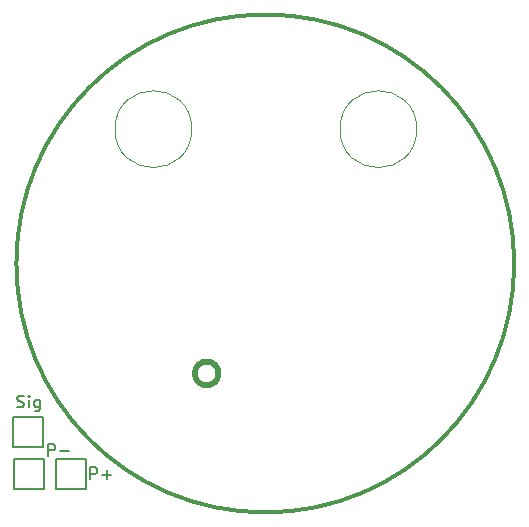
<source format=gto>
%TF.GenerationSoftware,KiCad,Pcbnew,7.0.6-0*%
%TF.CreationDate,2024-10-01T16:48:44-06:00*%
%TF.ProjectId,HCHCPrizeBadge,48434843-5072-4697-9a65-42616467652e,rev?*%
%TF.SameCoordinates,Original*%
%TF.FileFunction,Legend,Top*%
%TF.FilePolarity,Positive*%
%FSLAX46Y46*%
G04 Gerber Fmt 4.6, Leading zero omitted, Abs format (unit mm)*
G04 Created by KiCad (PCBNEW 7.0.6-0) date 2024-10-01 16:48:44*
%MOMM*%
%LPD*%
G01*
G04 APERTURE LIST*
%ADD10C,0.150000*%
%ADD11C,0.350000*%
%ADD12C,0.120000*%
%ADD13C,0.500000*%
G04 APERTURE END LIST*
D10*
X124693970Y-115558301D02*
X127233970Y-115558301D01*
X127233970Y-118098301D01*
X124693970Y-118098301D01*
X124693970Y-115558301D01*
X128270000Y-115570000D02*
X130810000Y-115570000D01*
X130810000Y-118110000D01*
X128270000Y-118110000D01*
X128270000Y-115570000D01*
D11*
X167076775Y-99000000D02*
G75*
G03*
X167076775Y-99000000I-21076775J0D01*
G01*
D10*
X124680071Y-111995750D02*
X127220071Y-111995750D01*
X127220071Y-114535750D01*
X124680071Y-114535750D01*
X124680071Y-111995750D01*
X124992950Y-111140436D02*
X125135807Y-111188055D01*
X125135807Y-111188055D02*
X125373902Y-111188055D01*
X125373902Y-111188055D02*
X125469140Y-111140436D01*
X125469140Y-111140436D02*
X125516759Y-111092816D01*
X125516759Y-111092816D02*
X125564378Y-110997578D01*
X125564378Y-110997578D02*
X125564378Y-110902340D01*
X125564378Y-110902340D02*
X125516759Y-110807102D01*
X125516759Y-110807102D02*
X125469140Y-110759483D01*
X125469140Y-110759483D02*
X125373902Y-110711864D01*
X125373902Y-110711864D02*
X125183426Y-110664245D01*
X125183426Y-110664245D02*
X125088188Y-110616626D01*
X125088188Y-110616626D02*
X125040569Y-110569007D01*
X125040569Y-110569007D02*
X124992950Y-110473769D01*
X124992950Y-110473769D02*
X124992950Y-110378531D01*
X124992950Y-110378531D02*
X125040569Y-110283293D01*
X125040569Y-110283293D02*
X125088188Y-110235674D01*
X125088188Y-110235674D02*
X125183426Y-110188055D01*
X125183426Y-110188055D02*
X125421521Y-110188055D01*
X125421521Y-110188055D02*
X125564378Y-110235674D01*
X125992950Y-111188055D02*
X125992950Y-110521388D01*
X125992950Y-110188055D02*
X125945331Y-110235674D01*
X125945331Y-110235674D02*
X125992950Y-110283293D01*
X125992950Y-110283293D02*
X126040569Y-110235674D01*
X126040569Y-110235674D02*
X125992950Y-110188055D01*
X125992950Y-110188055D02*
X125992950Y-110283293D01*
X126897711Y-110521388D02*
X126897711Y-111330912D01*
X126897711Y-111330912D02*
X126850092Y-111426150D01*
X126850092Y-111426150D02*
X126802473Y-111473769D01*
X126802473Y-111473769D02*
X126707235Y-111521388D01*
X126707235Y-111521388D02*
X126564378Y-111521388D01*
X126564378Y-111521388D02*
X126469140Y-111473769D01*
X126897711Y-111140436D02*
X126802473Y-111188055D01*
X126802473Y-111188055D02*
X126611997Y-111188055D01*
X126611997Y-111188055D02*
X126516759Y-111140436D01*
X126516759Y-111140436D02*
X126469140Y-111092816D01*
X126469140Y-111092816D02*
X126421521Y-110997578D01*
X126421521Y-110997578D02*
X126421521Y-110711864D01*
X126421521Y-110711864D02*
X126469140Y-110616626D01*
X126469140Y-110616626D02*
X126516759Y-110569007D01*
X126516759Y-110569007D02*
X126611997Y-110521388D01*
X126611997Y-110521388D02*
X126802473Y-110521388D01*
X126802473Y-110521388D02*
X126897711Y-110569007D01*
X127629577Y-115283582D02*
X127629577Y-114283582D01*
X127629577Y-114283582D02*
X128010529Y-114283582D01*
X128010529Y-114283582D02*
X128105767Y-114331201D01*
X128105767Y-114331201D02*
X128153386Y-114378820D01*
X128153386Y-114378820D02*
X128201005Y-114474058D01*
X128201005Y-114474058D02*
X128201005Y-114616915D01*
X128201005Y-114616915D02*
X128153386Y-114712153D01*
X128153386Y-114712153D02*
X128105767Y-114759772D01*
X128105767Y-114759772D02*
X128010529Y-114807391D01*
X128010529Y-114807391D02*
X127629577Y-114807391D01*
X128629577Y-114902629D02*
X129391482Y-114902629D01*
X131199048Y-117276560D02*
X131199048Y-116276560D01*
X131199048Y-116276560D02*
X131580000Y-116276560D01*
X131580000Y-116276560D02*
X131675238Y-116324179D01*
X131675238Y-116324179D02*
X131722857Y-116371798D01*
X131722857Y-116371798D02*
X131770476Y-116467036D01*
X131770476Y-116467036D02*
X131770476Y-116609893D01*
X131770476Y-116609893D02*
X131722857Y-116705131D01*
X131722857Y-116705131D02*
X131675238Y-116752750D01*
X131675238Y-116752750D02*
X131580000Y-116800369D01*
X131580000Y-116800369D02*
X131199048Y-116800369D01*
X132199048Y-116895607D02*
X132960953Y-116895607D01*
X132580000Y-117276560D02*
X132580000Y-116514655D01*
D12*
%TO.C,Meter+*%
X158825000Y-87630000D02*
G75*
G03*
X158825000Y-87630000I-3250000J0D01*
G01*
%TO.C,Meter-*%
X139775000Y-87630000D02*
G75*
G03*
X139775000Y-87630000I-3250000J0D01*
G01*
D13*
%TO.C,SAO v1.69bis*%
X142037000Y-108311000D02*
G75*
G03*
X142037000Y-108311000I-1000000J0D01*
G01*
%TD*%
M02*

</source>
